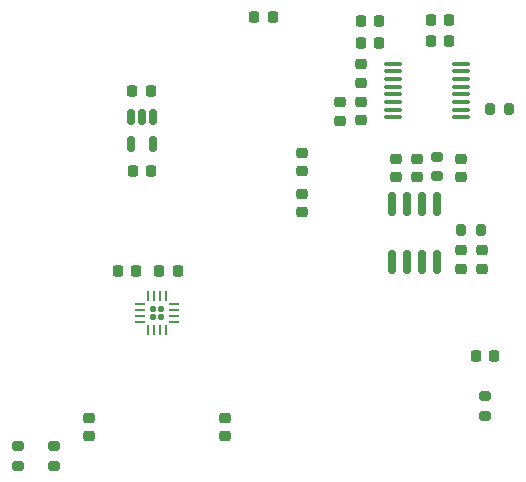
<source format=gbr>
%TF.GenerationSoftware,KiCad,Pcbnew,8.0.8*%
%TF.CreationDate,2025-02-25T11:28:35+01:00*%
%TF.ProjectId,ADC_16bit_board_v0r0,4144435f-3136-4626-9974-5f626f617264,rev?*%
%TF.SameCoordinates,Original*%
%TF.FileFunction,Paste,Top*%
%TF.FilePolarity,Positive*%
%FSLAX46Y46*%
G04 Gerber Fmt 4.6, Leading zero omitted, Abs format (unit mm)*
G04 Created by KiCad (PCBNEW 8.0.8) date 2025-02-25 11:28:35*
%MOMM*%
%LPD*%
G01*
G04 APERTURE LIST*
G04 Aperture macros list*
%AMRoundRect*
0 Rectangle with rounded corners*
0 $1 Rounding radius*
0 $2 $3 $4 $5 $6 $7 $8 $9 X,Y pos of 4 corners*
0 Add a 4 corners polygon primitive as box body*
4,1,4,$2,$3,$4,$5,$6,$7,$8,$9,$2,$3,0*
0 Add four circle primitives for the rounded corners*
1,1,$1+$1,$2,$3*
1,1,$1+$1,$4,$5*
1,1,$1+$1,$6,$7*
1,1,$1+$1,$8,$9*
0 Add four rect primitives between the rounded corners*
20,1,$1+$1,$2,$3,$4,$5,0*
20,1,$1+$1,$4,$5,$6,$7,0*
20,1,$1+$1,$6,$7,$8,$9,0*
20,1,$1+$1,$8,$9,$2,$3,0*%
G04 Aperture macros list end*
%ADD10RoundRect,0.225000X-0.250000X0.225000X-0.250000X-0.225000X0.250000X-0.225000X0.250000X0.225000X0*%
%ADD11RoundRect,0.200000X0.200000X0.275000X-0.200000X0.275000X-0.200000X-0.275000X0.200000X-0.275000X0*%
%ADD12RoundRect,0.150000X-0.150000X0.512500X-0.150000X-0.512500X0.150000X-0.512500X0.150000X0.512500X0*%
%ADD13RoundRect,0.225000X0.250000X-0.225000X0.250000X0.225000X-0.250000X0.225000X-0.250000X-0.225000X0*%
%ADD14RoundRect,0.125000X-0.125000X0.125000X-0.125000X-0.125000X0.125000X-0.125000X0.125000X0.125000X0*%
%ADD15RoundRect,0.062500X-0.062500X0.350000X-0.062500X-0.350000X0.062500X-0.350000X0.062500X0.350000X0*%
%ADD16RoundRect,0.062500X-0.350000X0.062500X-0.350000X-0.062500X0.350000X-0.062500X0.350000X0.062500X0*%
%ADD17RoundRect,0.225000X-0.225000X-0.250000X0.225000X-0.250000X0.225000X0.250000X-0.225000X0.250000X0*%
%ADD18RoundRect,0.100000X-0.637500X-0.100000X0.637500X-0.100000X0.637500X0.100000X-0.637500X0.100000X0*%
%ADD19RoundRect,0.200000X-0.275000X0.200000X-0.275000X-0.200000X0.275000X-0.200000X0.275000X0.200000X0*%
%ADD20RoundRect,0.225000X0.225000X0.250000X-0.225000X0.250000X-0.225000X-0.250000X0.225000X-0.250000X0*%
%ADD21RoundRect,0.150000X0.150000X-0.825000X0.150000X0.825000X-0.150000X0.825000X-0.150000X-0.825000X0*%
G04 APERTURE END LIST*
D10*
%TO.C,C22*%
X233750000Y-96250000D03*
X233750000Y-97800000D03*
%TD*%
D11*
%TO.C,R1*%
X236075000Y-84250000D03*
X234425000Y-84250000D03*
%TD*%
D10*
%TO.C,C4*%
X221750000Y-83725000D03*
X221750000Y-85275000D03*
%TD*%
D12*
%TO.C,U4*%
X205950000Y-85000000D03*
X205000000Y-85000000D03*
X204050000Y-85000000D03*
X204050000Y-87275000D03*
X205950000Y-87275000D03*
%TD*%
D13*
%TO.C,C15*%
X218500000Y-93000000D03*
X218500000Y-91450000D03*
%TD*%
D14*
%TO.C,U5*%
X206560000Y-101252500D03*
X205940000Y-101252500D03*
X206560000Y-101872500D03*
X205940000Y-101872500D03*
D15*
X207000000Y-100125000D03*
X206500000Y-100125000D03*
X206000000Y-100125000D03*
X205500000Y-100125000D03*
D16*
X204812500Y-100812500D03*
X204812500Y-101312500D03*
X204812500Y-101812500D03*
X204812500Y-102312500D03*
D15*
X205500000Y-103000000D03*
X206000000Y-103000000D03*
X206500000Y-103000000D03*
X207000000Y-103000000D03*
D16*
X207687500Y-102312500D03*
X207687500Y-101812500D03*
X207687500Y-101312500D03*
X207687500Y-100812500D03*
%TD*%
D17*
%TO.C,C14*%
X229450000Y-76750000D03*
X231000000Y-76750000D03*
%TD*%
D18*
%TO.C,U1*%
X226250000Y-80450000D03*
X226250000Y-81100000D03*
X226250000Y-81750000D03*
X226250000Y-82400000D03*
X226250000Y-83050000D03*
X226250000Y-83700000D03*
X226250000Y-84350000D03*
X226250000Y-85000000D03*
X231975000Y-85000000D03*
X231975000Y-84350000D03*
X231975000Y-83700000D03*
X231975000Y-83050000D03*
X231975000Y-82400000D03*
X231975000Y-81750000D03*
X231975000Y-81100000D03*
X231975000Y-80450000D03*
%TD*%
D19*
%TO.C,R2*%
X234000000Y-108600000D03*
X234000000Y-110250000D03*
%TD*%
D20*
%TO.C,C10*%
X234775000Y-105200000D03*
X233225000Y-105200000D03*
%TD*%
D19*
%TO.C,R5*%
X194500000Y-112850000D03*
X194500000Y-114500000D03*
%TD*%
D10*
%TO.C,C20*%
X212000000Y-110450000D03*
X212000000Y-112000000D03*
%TD*%
D13*
%TO.C,C11*%
X226500000Y-90050000D03*
X226500000Y-88500000D03*
%TD*%
D11*
%TO.C,R3*%
X233650000Y-94500000D03*
X232000000Y-94500000D03*
%TD*%
D17*
%TO.C,C7*%
X229450000Y-78500000D03*
X231000000Y-78500000D03*
%TD*%
D13*
%TO.C,C2*%
X223500000Y-82050000D03*
X223500000Y-80500000D03*
%TD*%
D20*
%TO.C,C6*%
X225075000Y-76800000D03*
X223525000Y-76800000D03*
%TD*%
D13*
%TO.C,C1*%
X232000000Y-90050000D03*
X232000000Y-88500000D03*
%TD*%
D10*
%TO.C,C12*%
X232000000Y-96250000D03*
X232000000Y-97800000D03*
%TD*%
D19*
%TO.C,R6*%
X197500000Y-112850000D03*
X197500000Y-114500000D03*
%TD*%
D20*
%TO.C,C18*%
X204500000Y-98000000D03*
X202950000Y-98000000D03*
%TD*%
D19*
%TO.C,R4*%
X230000000Y-88350000D03*
X230000000Y-90000000D03*
%TD*%
D20*
%TO.C,C8*%
X205725000Y-82775000D03*
X204175000Y-82775000D03*
%TD*%
D21*
%TO.C,U3*%
X226190000Y-97250000D03*
X227460000Y-97250000D03*
X228730000Y-97250000D03*
X230000000Y-97250000D03*
X230000000Y-92300000D03*
X228730000Y-92300000D03*
X227460000Y-92300000D03*
X226190000Y-92300000D03*
%TD*%
D20*
%TO.C,C5*%
X225075000Y-78700000D03*
X223525000Y-78700000D03*
%TD*%
D10*
%TO.C,C3*%
X223500000Y-83700000D03*
X223500000Y-85250000D03*
%TD*%
D13*
%TO.C,C13*%
X228250000Y-90050000D03*
X228250000Y-88500000D03*
%TD*%
D10*
%TO.C,C21*%
X200500000Y-110450000D03*
X200500000Y-112000000D03*
%TD*%
D17*
%TO.C,C19*%
X206450000Y-98000000D03*
X208000000Y-98000000D03*
%TD*%
D20*
%TO.C,C9*%
X216050000Y-76500000D03*
X214500000Y-76500000D03*
%TD*%
%TO.C,C17*%
X205750000Y-89525000D03*
X204200000Y-89525000D03*
%TD*%
D13*
%TO.C,C16*%
X218500000Y-89550000D03*
X218500000Y-88000000D03*
%TD*%
M02*

</source>
